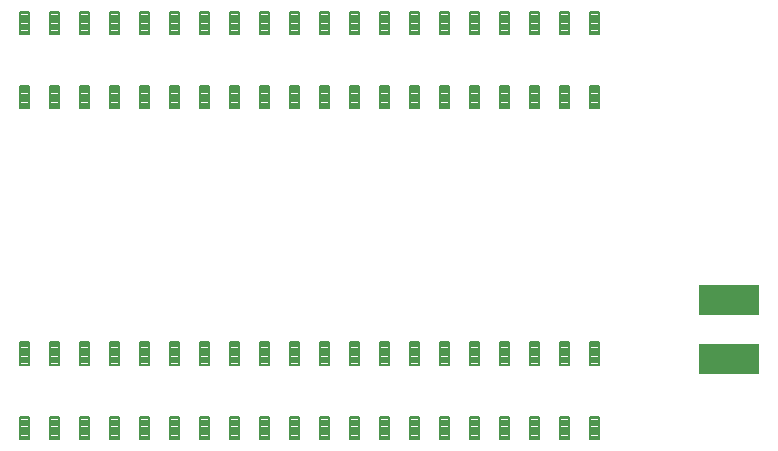
<source format=gbp>
G04 EAGLE Gerber RS-274X export*
G75*
%MOMM*%
%FSLAX34Y34*%
%LPD*%
%INSolderpaste Bottom*%
%IPPOS*%
%AMOC8*
5,1,8,0,0,1.08239X$1,22.5*%
G01*
%ADD10R,5.080000X2.540000*%
%ADD11C,0.204000*%


D10*
X880000Y660000D03*
X880000Y610000D03*
D11*
X279320Y822520D02*
X279320Y841480D01*
X287480Y841480D01*
X287480Y822520D01*
X279320Y822520D01*
X279320Y824458D02*
X287480Y824458D01*
X287480Y826396D02*
X279320Y826396D01*
X279320Y828334D02*
X287480Y828334D01*
X287480Y830272D02*
X279320Y830272D01*
X279320Y832210D02*
X287480Y832210D01*
X287480Y834148D02*
X279320Y834148D01*
X279320Y836086D02*
X287480Y836086D01*
X287480Y838024D02*
X279320Y838024D01*
X279320Y839962D02*
X287480Y839962D01*
X304720Y841480D02*
X304720Y822520D01*
X304720Y841480D02*
X312880Y841480D01*
X312880Y822520D01*
X304720Y822520D01*
X304720Y824458D02*
X312880Y824458D01*
X312880Y826396D02*
X304720Y826396D01*
X304720Y828334D02*
X312880Y828334D01*
X312880Y830272D02*
X304720Y830272D01*
X304720Y832210D02*
X312880Y832210D01*
X312880Y834148D02*
X304720Y834148D01*
X304720Y836086D02*
X312880Y836086D01*
X312880Y838024D02*
X304720Y838024D01*
X304720Y839962D02*
X312880Y839962D01*
X330120Y841480D02*
X330120Y822520D01*
X330120Y841480D02*
X338280Y841480D01*
X338280Y822520D01*
X330120Y822520D01*
X330120Y824458D02*
X338280Y824458D01*
X338280Y826396D02*
X330120Y826396D01*
X330120Y828334D02*
X338280Y828334D01*
X338280Y830272D02*
X330120Y830272D01*
X330120Y832210D02*
X338280Y832210D01*
X338280Y834148D02*
X330120Y834148D01*
X330120Y836086D02*
X338280Y836086D01*
X338280Y838024D02*
X330120Y838024D01*
X330120Y839962D02*
X338280Y839962D01*
X355520Y841480D02*
X355520Y822520D01*
X355520Y841480D02*
X363680Y841480D01*
X363680Y822520D01*
X355520Y822520D01*
X355520Y824458D02*
X363680Y824458D01*
X363680Y826396D02*
X355520Y826396D01*
X355520Y828334D02*
X363680Y828334D01*
X363680Y830272D02*
X355520Y830272D01*
X355520Y832210D02*
X363680Y832210D01*
X363680Y834148D02*
X355520Y834148D01*
X355520Y836086D02*
X363680Y836086D01*
X363680Y838024D02*
X355520Y838024D01*
X355520Y839962D02*
X363680Y839962D01*
X380920Y841480D02*
X380920Y822520D01*
X380920Y841480D02*
X389080Y841480D01*
X389080Y822520D01*
X380920Y822520D01*
X380920Y824458D02*
X389080Y824458D01*
X389080Y826396D02*
X380920Y826396D01*
X380920Y828334D02*
X389080Y828334D01*
X389080Y830272D02*
X380920Y830272D01*
X380920Y832210D02*
X389080Y832210D01*
X389080Y834148D02*
X380920Y834148D01*
X380920Y836086D02*
X389080Y836086D01*
X389080Y838024D02*
X380920Y838024D01*
X380920Y839962D02*
X389080Y839962D01*
X406320Y841480D02*
X406320Y822520D01*
X406320Y841480D02*
X414480Y841480D01*
X414480Y822520D01*
X406320Y822520D01*
X406320Y824458D02*
X414480Y824458D01*
X414480Y826396D02*
X406320Y826396D01*
X406320Y828334D02*
X414480Y828334D01*
X414480Y830272D02*
X406320Y830272D01*
X406320Y832210D02*
X414480Y832210D01*
X414480Y834148D02*
X406320Y834148D01*
X406320Y836086D02*
X414480Y836086D01*
X414480Y838024D02*
X406320Y838024D01*
X406320Y839962D02*
X414480Y839962D01*
X431720Y841480D02*
X431720Y822520D01*
X431720Y841480D02*
X439880Y841480D01*
X439880Y822520D01*
X431720Y822520D01*
X431720Y824458D02*
X439880Y824458D01*
X439880Y826396D02*
X431720Y826396D01*
X431720Y828334D02*
X439880Y828334D01*
X439880Y830272D02*
X431720Y830272D01*
X431720Y832210D02*
X439880Y832210D01*
X439880Y834148D02*
X431720Y834148D01*
X431720Y836086D02*
X439880Y836086D01*
X439880Y838024D02*
X431720Y838024D01*
X431720Y839962D02*
X439880Y839962D01*
X457120Y841480D02*
X457120Y822520D01*
X457120Y841480D02*
X465280Y841480D01*
X465280Y822520D01*
X457120Y822520D01*
X457120Y824458D02*
X465280Y824458D01*
X465280Y826396D02*
X457120Y826396D01*
X457120Y828334D02*
X465280Y828334D01*
X465280Y830272D02*
X457120Y830272D01*
X457120Y832210D02*
X465280Y832210D01*
X465280Y834148D02*
X457120Y834148D01*
X457120Y836086D02*
X465280Y836086D01*
X465280Y838024D02*
X457120Y838024D01*
X457120Y839962D02*
X465280Y839962D01*
X482520Y841480D02*
X482520Y822520D01*
X482520Y841480D02*
X490680Y841480D01*
X490680Y822520D01*
X482520Y822520D01*
X482520Y824458D02*
X490680Y824458D01*
X490680Y826396D02*
X482520Y826396D01*
X482520Y828334D02*
X490680Y828334D01*
X490680Y830272D02*
X482520Y830272D01*
X482520Y832210D02*
X490680Y832210D01*
X490680Y834148D02*
X482520Y834148D01*
X482520Y836086D02*
X490680Y836086D01*
X490680Y838024D02*
X482520Y838024D01*
X482520Y839962D02*
X490680Y839962D01*
X507920Y841480D02*
X507920Y822520D01*
X507920Y841480D02*
X516080Y841480D01*
X516080Y822520D01*
X507920Y822520D01*
X507920Y824458D02*
X516080Y824458D01*
X516080Y826396D02*
X507920Y826396D01*
X507920Y828334D02*
X516080Y828334D01*
X516080Y830272D02*
X507920Y830272D01*
X507920Y832210D02*
X516080Y832210D01*
X516080Y834148D02*
X507920Y834148D01*
X507920Y836086D02*
X516080Y836086D01*
X516080Y838024D02*
X507920Y838024D01*
X507920Y839962D02*
X516080Y839962D01*
X533320Y841480D02*
X533320Y822520D01*
X533320Y841480D02*
X541480Y841480D01*
X541480Y822520D01*
X533320Y822520D01*
X533320Y824458D02*
X541480Y824458D01*
X541480Y826396D02*
X533320Y826396D01*
X533320Y828334D02*
X541480Y828334D01*
X541480Y830272D02*
X533320Y830272D01*
X533320Y832210D02*
X541480Y832210D01*
X541480Y834148D02*
X533320Y834148D01*
X533320Y836086D02*
X541480Y836086D01*
X541480Y838024D02*
X533320Y838024D01*
X533320Y839962D02*
X541480Y839962D01*
X558720Y841480D02*
X558720Y822520D01*
X558720Y841480D02*
X566880Y841480D01*
X566880Y822520D01*
X558720Y822520D01*
X558720Y824458D02*
X566880Y824458D01*
X566880Y826396D02*
X558720Y826396D01*
X558720Y828334D02*
X566880Y828334D01*
X566880Y830272D02*
X558720Y830272D01*
X558720Y832210D02*
X566880Y832210D01*
X566880Y834148D02*
X558720Y834148D01*
X558720Y836086D02*
X566880Y836086D01*
X566880Y838024D02*
X558720Y838024D01*
X558720Y839962D02*
X566880Y839962D01*
X584120Y841480D02*
X584120Y822520D01*
X584120Y841480D02*
X592280Y841480D01*
X592280Y822520D01*
X584120Y822520D01*
X584120Y824458D02*
X592280Y824458D01*
X592280Y826396D02*
X584120Y826396D01*
X584120Y828334D02*
X592280Y828334D01*
X592280Y830272D02*
X584120Y830272D01*
X584120Y832210D02*
X592280Y832210D01*
X592280Y834148D02*
X584120Y834148D01*
X584120Y836086D02*
X592280Y836086D01*
X592280Y838024D02*
X584120Y838024D01*
X584120Y839962D02*
X592280Y839962D01*
X609520Y841480D02*
X609520Y822520D01*
X609520Y841480D02*
X617680Y841480D01*
X617680Y822520D01*
X609520Y822520D01*
X609520Y824458D02*
X617680Y824458D01*
X617680Y826396D02*
X609520Y826396D01*
X609520Y828334D02*
X617680Y828334D01*
X617680Y830272D02*
X609520Y830272D01*
X609520Y832210D02*
X617680Y832210D01*
X617680Y834148D02*
X609520Y834148D01*
X609520Y836086D02*
X617680Y836086D01*
X617680Y838024D02*
X609520Y838024D01*
X609520Y839962D02*
X617680Y839962D01*
X634920Y841480D02*
X634920Y822520D01*
X634920Y841480D02*
X643080Y841480D01*
X643080Y822520D01*
X634920Y822520D01*
X634920Y824458D02*
X643080Y824458D01*
X643080Y826396D02*
X634920Y826396D01*
X634920Y828334D02*
X643080Y828334D01*
X643080Y830272D02*
X634920Y830272D01*
X634920Y832210D02*
X643080Y832210D01*
X643080Y834148D02*
X634920Y834148D01*
X634920Y836086D02*
X643080Y836086D01*
X643080Y838024D02*
X634920Y838024D01*
X634920Y839962D02*
X643080Y839962D01*
X660320Y841480D02*
X660320Y822520D01*
X660320Y841480D02*
X668480Y841480D01*
X668480Y822520D01*
X660320Y822520D01*
X660320Y824458D02*
X668480Y824458D01*
X668480Y826396D02*
X660320Y826396D01*
X660320Y828334D02*
X668480Y828334D01*
X668480Y830272D02*
X660320Y830272D01*
X660320Y832210D02*
X668480Y832210D01*
X668480Y834148D02*
X660320Y834148D01*
X660320Y836086D02*
X668480Y836086D01*
X668480Y838024D02*
X660320Y838024D01*
X660320Y839962D02*
X668480Y839962D01*
X685720Y841480D02*
X685720Y822520D01*
X685720Y841480D02*
X693880Y841480D01*
X693880Y822520D01*
X685720Y822520D01*
X685720Y824458D02*
X693880Y824458D01*
X693880Y826396D02*
X685720Y826396D01*
X685720Y828334D02*
X693880Y828334D01*
X693880Y830272D02*
X685720Y830272D01*
X685720Y832210D02*
X693880Y832210D01*
X693880Y834148D02*
X685720Y834148D01*
X685720Y836086D02*
X693880Y836086D01*
X693880Y838024D02*
X685720Y838024D01*
X685720Y839962D02*
X693880Y839962D01*
X711120Y841480D02*
X711120Y822520D01*
X711120Y841480D02*
X719280Y841480D01*
X719280Y822520D01*
X711120Y822520D01*
X711120Y824458D02*
X719280Y824458D01*
X719280Y826396D02*
X711120Y826396D01*
X711120Y828334D02*
X719280Y828334D01*
X719280Y830272D02*
X711120Y830272D01*
X711120Y832210D02*
X719280Y832210D01*
X719280Y834148D02*
X711120Y834148D01*
X711120Y836086D02*
X719280Y836086D01*
X719280Y838024D02*
X711120Y838024D01*
X711120Y839962D02*
X719280Y839962D01*
X736520Y841480D02*
X736520Y822520D01*
X736520Y841480D02*
X744680Y841480D01*
X744680Y822520D01*
X736520Y822520D01*
X736520Y824458D02*
X744680Y824458D01*
X744680Y826396D02*
X736520Y826396D01*
X736520Y828334D02*
X744680Y828334D01*
X744680Y830272D02*
X736520Y830272D01*
X736520Y832210D02*
X744680Y832210D01*
X744680Y834148D02*
X736520Y834148D01*
X736520Y836086D02*
X744680Y836086D01*
X744680Y838024D02*
X736520Y838024D01*
X736520Y839962D02*
X744680Y839962D01*
X761920Y841480D02*
X761920Y822520D01*
X761920Y841480D02*
X770080Y841480D01*
X770080Y822520D01*
X761920Y822520D01*
X761920Y824458D02*
X770080Y824458D01*
X770080Y826396D02*
X761920Y826396D01*
X761920Y828334D02*
X770080Y828334D01*
X770080Y830272D02*
X761920Y830272D01*
X761920Y832210D02*
X770080Y832210D01*
X770080Y834148D02*
X761920Y834148D01*
X761920Y836086D02*
X770080Y836086D01*
X770080Y838024D02*
X761920Y838024D01*
X761920Y839962D02*
X770080Y839962D01*
X279320Y885520D02*
X279320Y904480D01*
X287480Y904480D01*
X287480Y885520D01*
X279320Y885520D01*
X279320Y887458D02*
X287480Y887458D01*
X287480Y889396D02*
X279320Y889396D01*
X279320Y891334D02*
X287480Y891334D01*
X287480Y893272D02*
X279320Y893272D01*
X279320Y895210D02*
X287480Y895210D01*
X287480Y897148D02*
X279320Y897148D01*
X279320Y899086D02*
X287480Y899086D01*
X287480Y901024D02*
X279320Y901024D01*
X279320Y902962D02*
X287480Y902962D01*
X304720Y904480D02*
X304720Y885520D01*
X304720Y904480D02*
X312880Y904480D01*
X312880Y885520D01*
X304720Y885520D01*
X304720Y887458D02*
X312880Y887458D01*
X312880Y889396D02*
X304720Y889396D01*
X304720Y891334D02*
X312880Y891334D01*
X312880Y893272D02*
X304720Y893272D01*
X304720Y895210D02*
X312880Y895210D01*
X312880Y897148D02*
X304720Y897148D01*
X304720Y899086D02*
X312880Y899086D01*
X312880Y901024D02*
X304720Y901024D01*
X304720Y902962D02*
X312880Y902962D01*
X330120Y904480D02*
X330120Y885520D01*
X330120Y904480D02*
X338280Y904480D01*
X338280Y885520D01*
X330120Y885520D01*
X330120Y887458D02*
X338280Y887458D01*
X338280Y889396D02*
X330120Y889396D01*
X330120Y891334D02*
X338280Y891334D01*
X338280Y893272D02*
X330120Y893272D01*
X330120Y895210D02*
X338280Y895210D01*
X338280Y897148D02*
X330120Y897148D01*
X330120Y899086D02*
X338280Y899086D01*
X338280Y901024D02*
X330120Y901024D01*
X330120Y902962D02*
X338280Y902962D01*
X355520Y904480D02*
X355520Y885520D01*
X355520Y904480D02*
X363680Y904480D01*
X363680Y885520D01*
X355520Y885520D01*
X355520Y887458D02*
X363680Y887458D01*
X363680Y889396D02*
X355520Y889396D01*
X355520Y891334D02*
X363680Y891334D01*
X363680Y893272D02*
X355520Y893272D01*
X355520Y895210D02*
X363680Y895210D01*
X363680Y897148D02*
X355520Y897148D01*
X355520Y899086D02*
X363680Y899086D01*
X363680Y901024D02*
X355520Y901024D01*
X355520Y902962D02*
X363680Y902962D01*
X380920Y904480D02*
X380920Y885520D01*
X380920Y904480D02*
X389080Y904480D01*
X389080Y885520D01*
X380920Y885520D01*
X380920Y887458D02*
X389080Y887458D01*
X389080Y889396D02*
X380920Y889396D01*
X380920Y891334D02*
X389080Y891334D01*
X389080Y893272D02*
X380920Y893272D01*
X380920Y895210D02*
X389080Y895210D01*
X389080Y897148D02*
X380920Y897148D01*
X380920Y899086D02*
X389080Y899086D01*
X389080Y901024D02*
X380920Y901024D01*
X380920Y902962D02*
X389080Y902962D01*
X406320Y904480D02*
X406320Y885520D01*
X406320Y904480D02*
X414480Y904480D01*
X414480Y885520D01*
X406320Y885520D01*
X406320Y887458D02*
X414480Y887458D01*
X414480Y889396D02*
X406320Y889396D01*
X406320Y891334D02*
X414480Y891334D01*
X414480Y893272D02*
X406320Y893272D01*
X406320Y895210D02*
X414480Y895210D01*
X414480Y897148D02*
X406320Y897148D01*
X406320Y899086D02*
X414480Y899086D01*
X414480Y901024D02*
X406320Y901024D01*
X406320Y902962D02*
X414480Y902962D01*
X431720Y904480D02*
X431720Y885520D01*
X431720Y904480D02*
X439880Y904480D01*
X439880Y885520D01*
X431720Y885520D01*
X431720Y887458D02*
X439880Y887458D01*
X439880Y889396D02*
X431720Y889396D01*
X431720Y891334D02*
X439880Y891334D01*
X439880Y893272D02*
X431720Y893272D01*
X431720Y895210D02*
X439880Y895210D01*
X439880Y897148D02*
X431720Y897148D01*
X431720Y899086D02*
X439880Y899086D01*
X439880Y901024D02*
X431720Y901024D01*
X431720Y902962D02*
X439880Y902962D01*
X457120Y904480D02*
X457120Y885520D01*
X457120Y904480D02*
X465280Y904480D01*
X465280Y885520D01*
X457120Y885520D01*
X457120Y887458D02*
X465280Y887458D01*
X465280Y889396D02*
X457120Y889396D01*
X457120Y891334D02*
X465280Y891334D01*
X465280Y893272D02*
X457120Y893272D01*
X457120Y895210D02*
X465280Y895210D01*
X465280Y897148D02*
X457120Y897148D01*
X457120Y899086D02*
X465280Y899086D01*
X465280Y901024D02*
X457120Y901024D01*
X457120Y902962D02*
X465280Y902962D01*
X482520Y904480D02*
X482520Y885520D01*
X482520Y904480D02*
X490680Y904480D01*
X490680Y885520D01*
X482520Y885520D01*
X482520Y887458D02*
X490680Y887458D01*
X490680Y889396D02*
X482520Y889396D01*
X482520Y891334D02*
X490680Y891334D01*
X490680Y893272D02*
X482520Y893272D01*
X482520Y895210D02*
X490680Y895210D01*
X490680Y897148D02*
X482520Y897148D01*
X482520Y899086D02*
X490680Y899086D01*
X490680Y901024D02*
X482520Y901024D01*
X482520Y902962D02*
X490680Y902962D01*
X507920Y904480D02*
X507920Y885520D01*
X507920Y904480D02*
X516080Y904480D01*
X516080Y885520D01*
X507920Y885520D01*
X507920Y887458D02*
X516080Y887458D01*
X516080Y889396D02*
X507920Y889396D01*
X507920Y891334D02*
X516080Y891334D01*
X516080Y893272D02*
X507920Y893272D01*
X507920Y895210D02*
X516080Y895210D01*
X516080Y897148D02*
X507920Y897148D01*
X507920Y899086D02*
X516080Y899086D01*
X516080Y901024D02*
X507920Y901024D01*
X507920Y902962D02*
X516080Y902962D01*
X533320Y904480D02*
X533320Y885520D01*
X533320Y904480D02*
X541480Y904480D01*
X541480Y885520D01*
X533320Y885520D01*
X533320Y887458D02*
X541480Y887458D01*
X541480Y889396D02*
X533320Y889396D01*
X533320Y891334D02*
X541480Y891334D01*
X541480Y893272D02*
X533320Y893272D01*
X533320Y895210D02*
X541480Y895210D01*
X541480Y897148D02*
X533320Y897148D01*
X533320Y899086D02*
X541480Y899086D01*
X541480Y901024D02*
X533320Y901024D01*
X533320Y902962D02*
X541480Y902962D01*
X558720Y904480D02*
X558720Y885520D01*
X558720Y904480D02*
X566880Y904480D01*
X566880Y885520D01*
X558720Y885520D01*
X558720Y887458D02*
X566880Y887458D01*
X566880Y889396D02*
X558720Y889396D01*
X558720Y891334D02*
X566880Y891334D01*
X566880Y893272D02*
X558720Y893272D01*
X558720Y895210D02*
X566880Y895210D01*
X566880Y897148D02*
X558720Y897148D01*
X558720Y899086D02*
X566880Y899086D01*
X566880Y901024D02*
X558720Y901024D01*
X558720Y902962D02*
X566880Y902962D01*
X584120Y904480D02*
X584120Y885520D01*
X584120Y904480D02*
X592280Y904480D01*
X592280Y885520D01*
X584120Y885520D01*
X584120Y887458D02*
X592280Y887458D01*
X592280Y889396D02*
X584120Y889396D01*
X584120Y891334D02*
X592280Y891334D01*
X592280Y893272D02*
X584120Y893272D01*
X584120Y895210D02*
X592280Y895210D01*
X592280Y897148D02*
X584120Y897148D01*
X584120Y899086D02*
X592280Y899086D01*
X592280Y901024D02*
X584120Y901024D01*
X584120Y902962D02*
X592280Y902962D01*
X609520Y904480D02*
X609520Y885520D01*
X609520Y904480D02*
X617680Y904480D01*
X617680Y885520D01*
X609520Y885520D01*
X609520Y887458D02*
X617680Y887458D01*
X617680Y889396D02*
X609520Y889396D01*
X609520Y891334D02*
X617680Y891334D01*
X617680Y893272D02*
X609520Y893272D01*
X609520Y895210D02*
X617680Y895210D01*
X617680Y897148D02*
X609520Y897148D01*
X609520Y899086D02*
X617680Y899086D01*
X617680Y901024D02*
X609520Y901024D01*
X609520Y902962D02*
X617680Y902962D01*
X634920Y904480D02*
X634920Y885520D01*
X634920Y904480D02*
X643080Y904480D01*
X643080Y885520D01*
X634920Y885520D01*
X634920Y887458D02*
X643080Y887458D01*
X643080Y889396D02*
X634920Y889396D01*
X634920Y891334D02*
X643080Y891334D01*
X643080Y893272D02*
X634920Y893272D01*
X634920Y895210D02*
X643080Y895210D01*
X643080Y897148D02*
X634920Y897148D01*
X634920Y899086D02*
X643080Y899086D01*
X643080Y901024D02*
X634920Y901024D01*
X634920Y902962D02*
X643080Y902962D01*
X660320Y904480D02*
X660320Y885520D01*
X660320Y904480D02*
X668480Y904480D01*
X668480Y885520D01*
X660320Y885520D01*
X660320Y887458D02*
X668480Y887458D01*
X668480Y889396D02*
X660320Y889396D01*
X660320Y891334D02*
X668480Y891334D01*
X668480Y893272D02*
X660320Y893272D01*
X660320Y895210D02*
X668480Y895210D01*
X668480Y897148D02*
X660320Y897148D01*
X660320Y899086D02*
X668480Y899086D01*
X668480Y901024D02*
X660320Y901024D01*
X660320Y902962D02*
X668480Y902962D01*
X685720Y904480D02*
X685720Y885520D01*
X685720Y904480D02*
X693880Y904480D01*
X693880Y885520D01*
X685720Y885520D01*
X685720Y887458D02*
X693880Y887458D01*
X693880Y889396D02*
X685720Y889396D01*
X685720Y891334D02*
X693880Y891334D01*
X693880Y893272D02*
X685720Y893272D01*
X685720Y895210D02*
X693880Y895210D01*
X693880Y897148D02*
X685720Y897148D01*
X685720Y899086D02*
X693880Y899086D01*
X693880Y901024D02*
X685720Y901024D01*
X685720Y902962D02*
X693880Y902962D01*
X711120Y904480D02*
X711120Y885520D01*
X711120Y904480D02*
X719280Y904480D01*
X719280Y885520D01*
X711120Y885520D01*
X711120Y887458D02*
X719280Y887458D01*
X719280Y889396D02*
X711120Y889396D01*
X711120Y891334D02*
X719280Y891334D01*
X719280Y893272D02*
X711120Y893272D01*
X711120Y895210D02*
X719280Y895210D01*
X719280Y897148D02*
X711120Y897148D01*
X711120Y899086D02*
X719280Y899086D01*
X719280Y901024D02*
X711120Y901024D01*
X711120Y902962D02*
X719280Y902962D01*
X736520Y904480D02*
X736520Y885520D01*
X736520Y904480D02*
X744680Y904480D01*
X744680Y885520D01*
X736520Y885520D01*
X736520Y887458D02*
X744680Y887458D01*
X744680Y889396D02*
X736520Y889396D01*
X736520Y891334D02*
X744680Y891334D01*
X744680Y893272D02*
X736520Y893272D01*
X736520Y895210D02*
X744680Y895210D01*
X744680Y897148D02*
X736520Y897148D01*
X736520Y899086D02*
X744680Y899086D01*
X744680Y901024D02*
X736520Y901024D01*
X736520Y902962D02*
X744680Y902962D01*
X761920Y904480D02*
X761920Y885520D01*
X761920Y904480D02*
X770080Y904480D01*
X770080Y885520D01*
X761920Y885520D01*
X761920Y887458D02*
X770080Y887458D01*
X770080Y889396D02*
X761920Y889396D01*
X761920Y891334D02*
X770080Y891334D01*
X770080Y893272D02*
X761920Y893272D01*
X761920Y895210D02*
X770080Y895210D01*
X770080Y897148D02*
X761920Y897148D01*
X761920Y899086D02*
X770080Y899086D01*
X770080Y901024D02*
X761920Y901024D01*
X761920Y902962D02*
X770080Y902962D01*
X279320Y561480D02*
X279320Y542520D01*
X279320Y561480D02*
X287480Y561480D01*
X287480Y542520D01*
X279320Y542520D01*
X279320Y544458D02*
X287480Y544458D01*
X287480Y546396D02*
X279320Y546396D01*
X279320Y548334D02*
X287480Y548334D01*
X287480Y550272D02*
X279320Y550272D01*
X279320Y552210D02*
X287480Y552210D01*
X287480Y554148D02*
X279320Y554148D01*
X279320Y556086D02*
X287480Y556086D01*
X287480Y558024D02*
X279320Y558024D01*
X279320Y559962D02*
X287480Y559962D01*
X304720Y561480D02*
X304720Y542520D01*
X304720Y561480D02*
X312880Y561480D01*
X312880Y542520D01*
X304720Y542520D01*
X304720Y544458D02*
X312880Y544458D01*
X312880Y546396D02*
X304720Y546396D01*
X304720Y548334D02*
X312880Y548334D01*
X312880Y550272D02*
X304720Y550272D01*
X304720Y552210D02*
X312880Y552210D01*
X312880Y554148D02*
X304720Y554148D01*
X304720Y556086D02*
X312880Y556086D01*
X312880Y558024D02*
X304720Y558024D01*
X304720Y559962D02*
X312880Y559962D01*
X330120Y561480D02*
X330120Y542520D01*
X330120Y561480D02*
X338280Y561480D01*
X338280Y542520D01*
X330120Y542520D01*
X330120Y544458D02*
X338280Y544458D01*
X338280Y546396D02*
X330120Y546396D01*
X330120Y548334D02*
X338280Y548334D01*
X338280Y550272D02*
X330120Y550272D01*
X330120Y552210D02*
X338280Y552210D01*
X338280Y554148D02*
X330120Y554148D01*
X330120Y556086D02*
X338280Y556086D01*
X338280Y558024D02*
X330120Y558024D01*
X330120Y559962D02*
X338280Y559962D01*
X355520Y561480D02*
X355520Y542520D01*
X355520Y561480D02*
X363680Y561480D01*
X363680Y542520D01*
X355520Y542520D01*
X355520Y544458D02*
X363680Y544458D01*
X363680Y546396D02*
X355520Y546396D01*
X355520Y548334D02*
X363680Y548334D01*
X363680Y550272D02*
X355520Y550272D01*
X355520Y552210D02*
X363680Y552210D01*
X363680Y554148D02*
X355520Y554148D01*
X355520Y556086D02*
X363680Y556086D01*
X363680Y558024D02*
X355520Y558024D01*
X355520Y559962D02*
X363680Y559962D01*
X380920Y561480D02*
X380920Y542520D01*
X380920Y561480D02*
X389080Y561480D01*
X389080Y542520D01*
X380920Y542520D01*
X380920Y544458D02*
X389080Y544458D01*
X389080Y546396D02*
X380920Y546396D01*
X380920Y548334D02*
X389080Y548334D01*
X389080Y550272D02*
X380920Y550272D01*
X380920Y552210D02*
X389080Y552210D01*
X389080Y554148D02*
X380920Y554148D01*
X380920Y556086D02*
X389080Y556086D01*
X389080Y558024D02*
X380920Y558024D01*
X380920Y559962D02*
X389080Y559962D01*
X406320Y561480D02*
X406320Y542520D01*
X406320Y561480D02*
X414480Y561480D01*
X414480Y542520D01*
X406320Y542520D01*
X406320Y544458D02*
X414480Y544458D01*
X414480Y546396D02*
X406320Y546396D01*
X406320Y548334D02*
X414480Y548334D01*
X414480Y550272D02*
X406320Y550272D01*
X406320Y552210D02*
X414480Y552210D01*
X414480Y554148D02*
X406320Y554148D01*
X406320Y556086D02*
X414480Y556086D01*
X414480Y558024D02*
X406320Y558024D01*
X406320Y559962D02*
X414480Y559962D01*
X431720Y561480D02*
X431720Y542520D01*
X431720Y561480D02*
X439880Y561480D01*
X439880Y542520D01*
X431720Y542520D01*
X431720Y544458D02*
X439880Y544458D01*
X439880Y546396D02*
X431720Y546396D01*
X431720Y548334D02*
X439880Y548334D01*
X439880Y550272D02*
X431720Y550272D01*
X431720Y552210D02*
X439880Y552210D01*
X439880Y554148D02*
X431720Y554148D01*
X431720Y556086D02*
X439880Y556086D01*
X439880Y558024D02*
X431720Y558024D01*
X431720Y559962D02*
X439880Y559962D01*
X457120Y561480D02*
X457120Y542520D01*
X457120Y561480D02*
X465280Y561480D01*
X465280Y542520D01*
X457120Y542520D01*
X457120Y544458D02*
X465280Y544458D01*
X465280Y546396D02*
X457120Y546396D01*
X457120Y548334D02*
X465280Y548334D01*
X465280Y550272D02*
X457120Y550272D01*
X457120Y552210D02*
X465280Y552210D01*
X465280Y554148D02*
X457120Y554148D01*
X457120Y556086D02*
X465280Y556086D01*
X465280Y558024D02*
X457120Y558024D01*
X457120Y559962D02*
X465280Y559962D01*
X482520Y561480D02*
X482520Y542520D01*
X482520Y561480D02*
X490680Y561480D01*
X490680Y542520D01*
X482520Y542520D01*
X482520Y544458D02*
X490680Y544458D01*
X490680Y546396D02*
X482520Y546396D01*
X482520Y548334D02*
X490680Y548334D01*
X490680Y550272D02*
X482520Y550272D01*
X482520Y552210D02*
X490680Y552210D01*
X490680Y554148D02*
X482520Y554148D01*
X482520Y556086D02*
X490680Y556086D01*
X490680Y558024D02*
X482520Y558024D01*
X482520Y559962D02*
X490680Y559962D01*
X507920Y561480D02*
X507920Y542520D01*
X507920Y561480D02*
X516080Y561480D01*
X516080Y542520D01*
X507920Y542520D01*
X507920Y544458D02*
X516080Y544458D01*
X516080Y546396D02*
X507920Y546396D01*
X507920Y548334D02*
X516080Y548334D01*
X516080Y550272D02*
X507920Y550272D01*
X507920Y552210D02*
X516080Y552210D01*
X516080Y554148D02*
X507920Y554148D01*
X507920Y556086D02*
X516080Y556086D01*
X516080Y558024D02*
X507920Y558024D01*
X507920Y559962D02*
X516080Y559962D01*
X533320Y561480D02*
X533320Y542520D01*
X533320Y561480D02*
X541480Y561480D01*
X541480Y542520D01*
X533320Y542520D01*
X533320Y544458D02*
X541480Y544458D01*
X541480Y546396D02*
X533320Y546396D01*
X533320Y548334D02*
X541480Y548334D01*
X541480Y550272D02*
X533320Y550272D01*
X533320Y552210D02*
X541480Y552210D01*
X541480Y554148D02*
X533320Y554148D01*
X533320Y556086D02*
X541480Y556086D01*
X541480Y558024D02*
X533320Y558024D01*
X533320Y559962D02*
X541480Y559962D01*
X558720Y561480D02*
X558720Y542520D01*
X558720Y561480D02*
X566880Y561480D01*
X566880Y542520D01*
X558720Y542520D01*
X558720Y544458D02*
X566880Y544458D01*
X566880Y546396D02*
X558720Y546396D01*
X558720Y548334D02*
X566880Y548334D01*
X566880Y550272D02*
X558720Y550272D01*
X558720Y552210D02*
X566880Y552210D01*
X566880Y554148D02*
X558720Y554148D01*
X558720Y556086D02*
X566880Y556086D01*
X566880Y558024D02*
X558720Y558024D01*
X558720Y559962D02*
X566880Y559962D01*
X584120Y561480D02*
X584120Y542520D01*
X584120Y561480D02*
X592280Y561480D01*
X592280Y542520D01*
X584120Y542520D01*
X584120Y544458D02*
X592280Y544458D01*
X592280Y546396D02*
X584120Y546396D01*
X584120Y548334D02*
X592280Y548334D01*
X592280Y550272D02*
X584120Y550272D01*
X584120Y552210D02*
X592280Y552210D01*
X592280Y554148D02*
X584120Y554148D01*
X584120Y556086D02*
X592280Y556086D01*
X592280Y558024D02*
X584120Y558024D01*
X584120Y559962D02*
X592280Y559962D01*
X609520Y561480D02*
X609520Y542520D01*
X609520Y561480D02*
X617680Y561480D01*
X617680Y542520D01*
X609520Y542520D01*
X609520Y544458D02*
X617680Y544458D01*
X617680Y546396D02*
X609520Y546396D01*
X609520Y548334D02*
X617680Y548334D01*
X617680Y550272D02*
X609520Y550272D01*
X609520Y552210D02*
X617680Y552210D01*
X617680Y554148D02*
X609520Y554148D01*
X609520Y556086D02*
X617680Y556086D01*
X617680Y558024D02*
X609520Y558024D01*
X609520Y559962D02*
X617680Y559962D01*
X634920Y561480D02*
X634920Y542520D01*
X634920Y561480D02*
X643080Y561480D01*
X643080Y542520D01*
X634920Y542520D01*
X634920Y544458D02*
X643080Y544458D01*
X643080Y546396D02*
X634920Y546396D01*
X634920Y548334D02*
X643080Y548334D01*
X643080Y550272D02*
X634920Y550272D01*
X634920Y552210D02*
X643080Y552210D01*
X643080Y554148D02*
X634920Y554148D01*
X634920Y556086D02*
X643080Y556086D01*
X643080Y558024D02*
X634920Y558024D01*
X634920Y559962D02*
X643080Y559962D01*
X660320Y561480D02*
X660320Y542520D01*
X660320Y561480D02*
X668480Y561480D01*
X668480Y542520D01*
X660320Y542520D01*
X660320Y544458D02*
X668480Y544458D01*
X668480Y546396D02*
X660320Y546396D01*
X660320Y548334D02*
X668480Y548334D01*
X668480Y550272D02*
X660320Y550272D01*
X660320Y552210D02*
X668480Y552210D01*
X668480Y554148D02*
X660320Y554148D01*
X660320Y556086D02*
X668480Y556086D01*
X668480Y558024D02*
X660320Y558024D01*
X660320Y559962D02*
X668480Y559962D01*
X685720Y561480D02*
X685720Y542520D01*
X685720Y561480D02*
X693880Y561480D01*
X693880Y542520D01*
X685720Y542520D01*
X685720Y544458D02*
X693880Y544458D01*
X693880Y546396D02*
X685720Y546396D01*
X685720Y548334D02*
X693880Y548334D01*
X693880Y550272D02*
X685720Y550272D01*
X685720Y552210D02*
X693880Y552210D01*
X693880Y554148D02*
X685720Y554148D01*
X685720Y556086D02*
X693880Y556086D01*
X693880Y558024D02*
X685720Y558024D01*
X685720Y559962D02*
X693880Y559962D01*
X711120Y561480D02*
X711120Y542520D01*
X711120Y561480D02*
X719280Y561480D01*
X719280Y542520D01*
X711120Y542520D01*
X711120Y544458D02*
X719280Y544458D01*
X719280Y546396D02*
X711120Y546396D01*
X711120Y548334D02*
X719280Y548334D01*
X719280Y550272D02*
X711120Y550272D01*
X711120Y552210D02*
X719280Y552210D01*
X719280Y554148D02*
X711120Y554148D01*
X711120Y556086D02*
X719280Y556086D01*
X719280Y558024D02*
X711120Y558024D01*
X711120Y559962D02*
X719280Y559962D01*
X736520Y561480D02*
X736520Y542520D01*
X736520Y561480D02*
X744680Y561480D01*
X744680Y542520D01*
X736520Y542520D01*
X736520Y544458D02*
X744680Y544458D01*
X744680Y546396D02*
X736520Y546396D01*
X736520Y548334D02*
X744680Y548334D01*
X744680Y550272D02*
X736520Y550272D01*
X736520Y552210D02*
X744680Y552210D01*
X744680Y554148D02*
X736520Y554148D01*
X736520Y556086D02*
X744680Y556086D01*
X744680Y558024D02*
X736520Y558024D01*
X736520Y559962D02*
X744680Y559962D01*
X761920Y561480D02*
X761920Y542520D01*
X761920Y561480D02*
X770080Y561480D01*
X770080Y542520D01*
X761920Y542520D01*
X761920Y544458D02*
X770080Y544458D01*
X770080Y546396D02*
X761920Y546396D01*
X761920Y548334D02*
X770080Y548334D01*
X770080Y550272D02*
X761920Y550272D01*
X761920Y552210D02*
X770080Y552210D01*
X770080Y554148D02*
X761920Y554148D01*
X761920Y556086D02*
X770080Y556086D01*
X770080Y558024D02*
X761920Y558024D01*
X761920Y559962D02*
X770080Y559962D01*
X279320Y605520D02*
X279320Y624480D01*
X287480Y624480D01*
X287480Y605520D01*
X279320Y605520D01*
X279320Y607458D02*
X287480Y607458D01*
X287480Y609396D02*
X279320Y609396D01*
X279320Y611334D02*
X287480Y611334D01*
X287480Y613272D02*
X279320Y613272D01*
X279320Y615210D02*
X287480Y615210D01*
X287480Y617148D02*
X279320Y617148D01*
X279320Y619086D02*
X287480Y619086D01*
X287480Y621024D02*
X279320Y621024D01*
X279320Y622962D02*
X287480Y622962D01*
X304720Y624480D02*
X304720Y605520D01*
X304720Y624480D02*
X312880Y624480D01*
X312880Y605520D01*
X304720Y605520D01*
X304720Y607458D02*
X312880Y607458D01*
X312880Y609396D02*
X304720Y609396D01*
X304720Y611334D02*
X312880Y611334D01*
X312880Y613272D02*
X304720Y613272D01*
X304720Y615210D02*
X312880Y615210D01*
X312880Y617148D02*
X304720Y617148D01*
X304720Y619086D02*
X312880Y619086D01*
X312880Y621024D02*
X304720Y621024D01*
X304720Y622962D02*
X312880Y622962D01*
X330120Y624480D02*
X330120Y605520D01*
X330120Y624480D02*
X338280Y624480D01*
X338280Y605520D01*
X330120Y605520D01*
X330120Y607458D02*
X338280Y607458D01*
X338280Y609396D02*
X330120Y609396D01*
X330120Y611334D02*
X338280Y611334D01*
X338280Y613272D02*
X330120Y613272D01*
X330120Y615210D02*
X338280Y615210D01*
X338280Y617148D02*
X330120Y617148D01*
X330120Y619086D02*
X338280Y619086D01*
X338280Y621024D02*
X330120Y621024D01*
X330120Y622962D02*
X338280Y622962D01*
X355520Y624480D02*
X355520Y605520D01*
X355520Y624480D02*
X363680Y624480D01*
X363680Y605520D01*
X355520Y605520D01*
X355520Y607458D02*
X363680Y607458D01*
X363680Y609396D02*
X355520Y609396D01*
X355520Y611334D02*
X363680Y611334D01*
X363680Y613272D02*
X355520Y613272D01*
X355520Y615210D02*
X363680Y615210D01*
X363680Y617148D02*
X355520Y617148D01*
X355520Y619086D02*
X363680Y619086D01*
X363680Y621024D02*
X355520Y621024D01*
X355520Y622962D02*
X363680Y622962D01*
X380920Y624480D02*
X380920Y605520D01*
X380920Y624480D02*
X389080Y624480D01*
X389080Y605520D01*
X380920Y605520D01*
X380920Y607458D02*
X389080Y607458D01*
X389080Y609396D02*
X380920Y609396D01*
X380920Y611334D02*
X389080Y611334D01*
X389080Y613272D02*
X380920Y613272D01*
X380920Y615210D02*
X389080Y615210D01*
X389080Y617148D02*
X380920Y617148D01*
X380920Y619086D02*
X389080Y619086D01*
X389080Y621024D02*
X380920Y621024D01*
X380920Y622962D02*
X389080Y622962D01*
X406320Y624480D02*
X406320Y605520D01*
X406320Y624480D02*
X414480Y624480D01*
X414480Y605520D01*
X406320Y605520D01*
X406320Y607458D02*
X414480Y607458D01*
X414480Y609396D02*
X406320Y609396D01*
X406320Y611334D02*
X414480Y611334D01*
X414480Y613272D02*
X406320Y613272D01*
X406320Y615210D02*
X414480Y615210D01*
X414480Y617148D02*
X406320Y617148D01*
X406320Y619086D02*
X414480Y619086D01*
X414480Y621024D02*
X406320Y621024D01*
X406320Y622962D02*
X414480Y622962D01*
X431720Y624480D02*
X431720Y605520D01*
X431720Y624480D02*
X439880Y624480D01*
X439880Y605520D01*
X431720Y605520D01*
X431720Y607458D02*
X439880Y607458D01*
X439880Y609396D02*
X431720Y609396D01*
X431720Y611334D02*
X439880Y611334D01*
X439880Y613272D02*
X431720Y613272D01*
X431720Y615210D02*
X439880Y615210D01*
X439880Y617148D02*
X431720Y617148D01*
X431720Y619086D02*
X439880Y619086D01*
X439880Y621024D02*
X431720Y621024D01*
X431720Y622962D02*
X439880Y622962D01*
X457120Y624480D02*
X457120Y605520D01*
X457120Y624480D02*
X465280Y624480D01*
X465280Y605520D01*
X457120Y605520D01*
X457120Y607458D02*
X465280Y607458D01*
X465280Y609396D02*
X457120Y609396D01*
X457120Y611334D02*
X465280Y611334D01*
X465280Y613272D02*
X457120Y613272D01*
X457120Y615210D02*
X465280Y615210D01*
X465280Y617148D02*
X457120Y617148D01*
X457120Y619086D02*
X465280Y619086D01*
X465280Y621024D02*
X457120Y621024D01*
X457120Y622962D02*
X465280Y622962D01*
X482520Y624480D02*
X482520Y605520D01*
X482520Y624480D02*
X490680Y624480D01*
X490680Y605520D01*
X482520Y605520D01*
X482520Y607458D02*
X490680Y607458D01*
X490680Y609396D02*
X482520Y609396D01*
X482520Y611334D02*
X490680Y611334D01*
X490680Y613272D02*
X482520Y613272D01*
X482520Y615210D02*
X490680Y615210D01*
X490680Y617148D02*
X482520Y617148D01*
X482520Y619086D02*
X490680Y619086D01*
X490680Y621024D02*
X482520Y621024D01*
X482520Y622962D02*
X490680Y622962D01*
X507920Y624480D02*
X507920Y605520D01*
X507920Y624480D02*
X516080Y624480D01*
X516080Y605520D01*
X507920Y605520D01*
X507920Y607458D02*
X516080Y607458D01*
X516080Y609396D02*
X507920Y609396D01*
X507920Y611334D02*
X516080Y611334D01*
X516080Y613272D02*
X507920Y613272D01*
X507920Y615210D02*
X516080Y615210D01*
X516080Y617148D02*
X507920Y617148D01*
X507920Y619086D02*
X516080Y619086D01*
X516080Y621024D02*
X507920Y621024D01*
X507920Y622962D02*
X516080Y622962D01*
X533320Y624480D02*
X533320Y605520D01*
X533320Y624480D02*
X541480Y624480D01*
X541480Y605520D01*
X533320Y605520D01*
X533320Y607458D02*
X541480Y607458D01*
X541480Y609396D02*
X533320Y609396D01*
X533320Y611334D02*
X541480Y611334D01*
X541480Y613272D02*
X533320Y613272D01*
X533320Y615210D02*
X541480Y615210D01*
X541480Y617148D02*
X533320Y617148D01*
X533320Y619086D02*
X541480Y619086D01*
X541480Y621024D02*
X533320Y621024D01*
X533320Y622962D02*
X541480Y622962D01*
X558720Y624480D02*
X558720Y605520D01*
X558720Y624480D02*
X566880Y624480D01*
X566880Y605520D01*
X558720Y605520D01*
X558720Y607458D02*
X566880Y607458D01*
X566880Y609396D02*
X558720Y609396D01*
X558720Y611334D02*
X566880Y611334D01*
X566880Y613272D02*
X558720Y613272D01*
X558720Y615210D02*
X566880Y615210D01*
X566880Y617148D02*
X558720Y617148D01*
X558720Y619086D02*
X566880Y619086D01*
X566880Y621024D02*
X558720Y621024D01*
X558720Y622962D02*
X566880Y622962D01*
X584120Y624480D02*
X584120Y605520D01*
X584120Y624480D02*
X592280Y624480D01*
X592280Y605520D01*
X584120Y605520D01*
X584120Y607458D02*
X592280Y607458D01*
X592280Y609396D02*
X584120Y609396D01*
X584120Y611334D02*
X592280Y611334D01*
X592280Y613272D02*
X584120Y613272D01*
X584120Y615210D02*
X592280Y615210D01*
X592280Y617148D02*
X584120Y617148D01*
X584120Y619086D02*
X592280Y619086D01*
X592280Y621024D02*
X584120Y621024D01*
X584120Y622962D02*
X592280Y622962D01*
X609520Y624480D02*
X609520Y605520D01*
X609520Y624480D02*
X617680Y624480D01*
X617680Y605520D01*
X609520Y605520D01*
X609520Y607458D02*
X617680Y607458D01*
X617680Y609396D02*
X609520Y609396D01*
X609520Y611334D02*
X617680Y611334D01*
X617680Y613272D02*
X609520Y613272D01*
X609520Y615210D02*
X617680Y615210D01*
X617680Y617148D02*
X609520Y617148D01*
X609520Y619086D02*
X617680Y619086D01*
X617680Y621024D02*
X609520Y621024D01*
X609520Y622962D02*
X617680Y622962D01*
X634920Y624480D02*
X634920Y605520D01*
X634920Y624480D02*
X643080Y624480D01*
X643080Y605520D01*
X634920Y605520D01*
X634920Y607458D02*
X643080Y607458D01*
X643080Y609396D02*
X634920Y609396D01*
X634920Y611334D02*
X643080Y611334D01*
X643080Y613272D02*
X634920Y613272D01*
X634920Y615210D02*
X643080Y615210D01*
X643080Y617148D02*
X634920Y617148D01*
X634920Y619086D02*
X643080Y619086D01*
X643080Y621024D02*
X634920Y621024D01*
X634920Y622962D02*
X643080Y622962D01*
X660320Y624480D02*
X660320Y605520D01*
X660320Y624480D02*
X668480Y624480D01*
X668480Y605520D01*
X660320Y605520D01*
X660320Y607458D02*
X668480Y607458D01*
X668480Y609396D02*
X660320Y609396D01*
X660320Y611334D02*
X668480Y611334D01*
X668480Y613272D02*
X660320Y613272D01*
X660320Y615210D02*
X668480Y615210D01*
X668480Y617148D02*
X660320Y617148D01*
X660320Y619086D02*
X668480Y619086D01*
X668480Y621024D02*
X660320Y621024D01*
X660320Y622962D02*
X668480Y622962D01*
X685720Y624480D02*
X685720Y605520D01*
X685720Y624480D02*
X693880Y624480D01*
X693880Y605520D01*
X685720Y605520D01*
X685720Y607458D02*
X693880Y607458D01*
X693880Y609396D02*
X685720Y609396D01*
X685720Y611334D02*
X693880Y611334D01*
X693880Y613272D02*
X685720Y613272D01*
X685720Y615210D02*
X693880Y615210D01*
X693880Y617148D02*
X685720Y617148D01*
X685720Y619086D02*
X693880Y619086D01*
X693880Y621024D02*
X685720Y621024D01*
X685720Y622962D02*
X693880Y622962D01*
X711120Y624480D02*
X711120Y605520D01*
X711120Y624480D02*
X719280Y624480D01*
X719280Y605520D01*
X711120Y605520D01*
X711120Y607458D02*
X719280Y607458D01*
X719280Y609396D02*
X711120Y609396D01*
X711120Y611334D02*
X719280Y611334D01*
X719280Y613272D02*
X711120Y613272D01*
X711120Y615210D02*
X719280Y615210D01*
X719280Y617148D02*
X711120Y617148D01*
X711120Y619086D02*
X719280Y619086D01*
X719280Y621024D02*
X711120Y621024D01*
X711120Y622962D02*
X719280Y622962D01*
X736520Y624480D02*
X736520Y605520D01*
X736520Y624480D02*
X744680Y624480D01*
X744680Y605520D01*
X736520Y605520D01*
X736520Y607458D02*
X744680Y607458D01*
X744680Y609396D02*
X736520Y609396D01*
X736520Y611334D02*
X744680Y611334D01*
X744680Y613272D02*
X736520Y613272D01*
X736520Y615210D02*
X744680Y615210D01*
X744680Y617148D02*
X736520Y617148D01*
X736520Y619086D02*
X744680Y619086D01*
X744680Y621024D02*
X736520Y621024D01*
X736520Y622962D02*
X744680Y622962D01*
X761920Y624480D02*
X761920Y605520D01*
X761920Y624480D02*
X770080Y624480D01*
X770080Y605520D01*
X761920Y605520D01*
X761920Y607458D02*
X770080Y607458D01*
X770080Y609396D02*
X761920Y609396D01*
X761920Y611334D02*
X770080Y611334D01*
X770080Y613272D02*
X761920Y613272D01*
X761920Y615210D02*
X770080Y615210D01*
X770080Y617148D02*
X761920Y617148D01*
X761920Y619086D02*
X770080Y619086D01*
X770080Y621024D02*
X761920Y621024D01*
X761920Y622962D02*
X770080Y622962D01*
M02*

</source>
